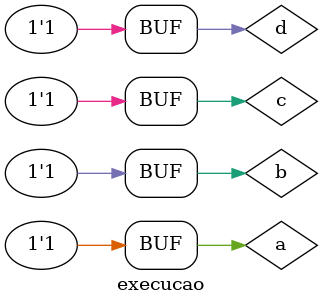
<source format=v>
/*
    802512
    Tulio Gomes Braga
*/

module a (output s, input a, input b, input c, input d);
    assign s = (~a & ~b & ~c & ~d) | (~a & ~b & ~c & d) | (~a & ~b & c & ~d) | (~a & ~b & c & d) | (~a & b & ~c & d) | (a & ~b & ~c & ~d) | (a & b & ~c & d);
endmodule

module b (output s, input A, input B, input C, input D);
    assign s = (A | ~B | C | D) & (A | ~B | ~C | D) & (A | ~B | ~C | ~D) & (~A | B | C | ~D) & (~A | B | ~C | D) & (~A | B | ~C | ~D) & (~A | ~B | C | D) & (~A | ~B | ~C | D) & (~A | ~B | ~C | ~D);
endmodule

module c ( output s, input a, input b, input c, input d);
    assign s = (~a & ~b) | (b & ~c & d) | (~b & ~c & ~d);
endmodule

module d (output s, input A, input B, input C, input D);
    assign s = (~B | ~C) & (~A | B | ~C) & (~A | B | ~D) & (~B | C | D);
endmodule

module e (output s, input a, input b, input c, input d);
    wire nand1, nand2, nand3, nand4, nand5, nand6, nand7, nand8;

    assign nand1 = ~(~a & ~b & ~c & ~d);
    assign nand2 = ~(~a & ~b & ~c & d);
    assign nand3 = ~(~a & ~b & c & ~d);
    assign nand4 = ~(~a & ~b & c & d);
    assign nand5 = ~(~a & b & ~c & d);
    assign nand6 = ~(a & ~b & ~c & ~d);
    assign nand7 = ~(a & b & ~c & d);

    assign s = nand1 | nand2 | nand3 | nand4 | nand5 | nand6 | nand7;
endmodule

module f (output s, input A,  input B, input C, input D);
    wire nor1, nor2, nor3, nor4, nor5, nor6, nor7, nor8, nor9;
    
    assign nor1 = ~(A | ~B | C | D);
    assign nor2 = ~(A | ~B | ~C | D);
    assign nor3 = ~(A | ~B | ~C | ~D);
    assign nor4 = ~(~A | B | C | ~D);
    assign nor5 = ~(~A | B | ~C | D);
    assign nor6 = ~(~A | B | ~C | ~D);
    assign nor7 = ~(~A | ~B | C | D);
    assign nor8 = ~(~A | ~B | ~C | D);
    assign nor9 = ~(~A | ~B | ~C | ~D);

    assign s = nor1 & nor2 & nor3 & nor4 & nor5 & nor6 & nor7 & nor8 & nor9; 
endmodule

module execucao;
    reg a, b, c, d;
    wire s1, s2, s3, s4, s5, s6;

    a modulea (s1, a, b, c, d);
    b moduleb (s2, a, b, c, d);
    c modulec (s3, a, b, c, d);
    d moduled (s4, a, b, c, d);
    e modulee (s5, a, b, c, d);
    f modulef (s6, a, b, c, d);


    initial begin
    $display("a b c d s1 s2 s3 s4 s5");
    $monitor("%b %b %b %b %b %b %b %b %b %b", a, b, c, d, s1, s2, s3, s4, s5, s6);
	a = 1'b0; b = 1'b0; c = 1'b0; d = 1'b0;
	#1
	a = 1'b0; b = 1'b0; c = 1'b0; d = 1'b1;
	#1
    	a = 1'b0; b = 1'b0; c = 1'b1; d = 1'b0;
	#1
    	a = 1'b0; b = 1'b0; c = 1'b1; d = 1'b1;
	#1
    	a = 1'b0; b = 1'b1; c = 1'b0; d = 1'b0;
	#1
    	a = 1'b0; b = 1'b1; c = 1'b0; d = 1'b1;
	#1
    	a = 1'b0; b = 1'b1; c = 1'b1; d = 1'b0;
	#1
    	a = 1'b0; b = 1'b1; c = 1'b1; d = 1'b1;
	#1
    	a = 1'b1; b = 1'b0; c = 1'b0; d = 1'b0;
	#1
    	a = 1'b1; b = 1'b0; c = 1'b0; d = 1'b1;
	#1
    	a = 1'b1; b = 1'b0; c = 1'b1; d = 1'b0;
	#1
    	a = 1'b1; b = 1'b0; c = 1'b1; d = 1'b1;
	#1
    	a = 1'b1; b = 1'b1; c = 1'b0; d = 1'b0;
	#1
    	a = 1'b1; b = 1'b1; c = 1'b0; d = 1'b1;
	#1
    	a = 1'b1; b = 1'b1; c = 1'b1; d = 1'b0;
    	#1
    	a = 1'b1; b = 1'b1; c = 1'b1; d = 1'b1;
    end
endmodule


/*
tulio@tulio-550XDA:~/Área de Trabalho/R01_802512_TulioGomesBraga$ iverilog -o guia R01_0101.v 
tulio@tulio-550XDA:~/Área de Trabalho/R01_802512_TulioGomesBraga$ vvp guia 
a b c d s1 s2 s3 s4 s5
0 0 0 0 1 1 1 1 1 0
0 0 0 1 1 1 1 1 1 0
0 0 1 0 1 1 1 1 1 0
0 0 1 1 1 1 1 1 1 0
0 1 0 0 0 0 0 0 1 0
0 1 0 1 1 1 1 1 1 0
0 1 1 0 0 0 0 0 1 0
0 1 1 1 0 0 0 0 1 0
1 0 0 0 1 1 1 1 1 0
1 0 0 1 0 0 0 0 1 0
1 0 1 0 0 0 0 0 1 0
1 0 1 1 0 0 0 0 1 0
1 1 0 0 0 0 0 0 1 0
1 1 0 1 1 1 1 1 1 0
1 1 1 0 0 0 0 0 1 0
1 1 1 1 0 0 0 0 1 0
*/

</source>
